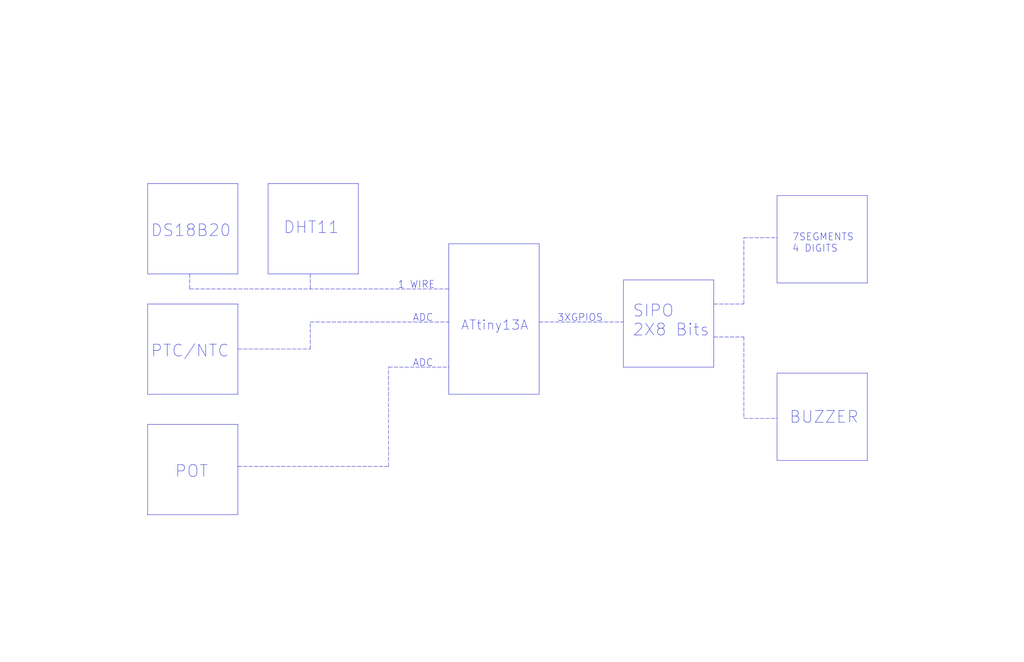
<source format=kicad_sch>
(kicad_sch (version 20211123) (generator eeschema)
  (paper "B")
  (title_block (title "Thermo Meter") (company "Siavash Taher Parvar") (comment 1 "Siavash Taher Parvar") (comment 2 "Siavash Taher Parvar") (comment 3 "Siavash Taher Parvar") (comment 8 "No Variant") (comment 9 "N/A"))
  (lib_symbols)
  (polyline (pts (xy 130.81 135.89) (xy 189.23 135.89)))
  (polyline (pts (xy 62.23 179.07) (xy 100.33 179.07)) (stroke (width 0) (type solid)))
  (polyline (pts (xy 62.23 77.47) (xy 100.33 77.47)) (stroke (width 0) (type solid)))
  (polyline (pts (xy 100.33 77.47) (xy 100.33 115.57)) (stroke (width 0) (type solid)))
  (polyline (pts (xy 227.33 166.37) (xy 189.23 166.37)) (stroke (width 0) (type solid)))
  (polyline (pts (xy 300.99 142.24) (xy 313.69 142.24)))
  (polyline (pts (xy 365.76 119.38) (xy 327.66 119.38)) (stroke (width 0) (type solid)))
  (polyline (pts (xy 262.89 118.11) (xy 300.99 118.11)) (stroke (width 0) (type solid)))
  (polyline (pts (xy 100.33 166.37) (xy 62.23 166.37)) (stroke (width 0) (type solid)))
  (polyline (pts (xy 80.01 121.92) (xy 189.23 121.92)))
  (polyline (pts (xy 313.69 142.24) (xy 313.69 176.53)))
  (polyline (pts (xy 189.23 102.87) (xy 227.33 102.87)) (stroke (width 0) (type solid)))
  (polyline (pts (xy 262.89 118.11) (xy 262.89 154.94)) (stroke (width 0) (type solid)))
  (polyline (pts (xy 300.99 154.94) (xy 262.89 154.94)) (stroke (width 0) (type solid)))
  (polyline (pts (xy 327.66 157.48) (xy 365.76 157.48)) (stroke (width 0) (type solid)))
  (polyline (pts (xy 100.33 147.32) (xy 130.81 147.32)))
  (polyline (pts (xy 313.69 100.33) (xy 327.66 100.33)))
  (polyline (pts (xy 100.33 115.57) (xy 62.23 115.57)) (stroke (width 0) (type solid)))
  (polyline (pts (xy 100.33 179.07) (xy 100.33 217.17)) (stroke (width 0) (type solid)))
  (polyline (pts (xy 189.23 102.87) (xy 189.23 166.37)) (stroke (width 0) (type solid)))
  (polyline (pts (xy 365.76 157.48) (xy 365.76 194.31)) (stroke (width 0) (type solid)))
  (polyline (pts (xy 365.76 194.31) (xy 327.66 194.31)) (stroke (width 0) (type solid)))
  (polyline (pts (xy 327.66 82.55) (xy 365.76 82.55)) (stroke (width 0) (type solid)))
  (polyline (pts (xy 100.33 128.27) (xy 100.33 166.37)) (stroke (width 0) (type solid)))
  (polyline (pts (xy 313.69 128.27) (xy 313.69 100.33)))
  (polyline (pts (xy 130.81 147.32) (xy 130.81 135.89)))
  (polyline (pts (xy 327.66 82.55) (xy 327.66 119.38)) (stroke (width 0) (type solid)))
  (polyline (pts (xy 100.33 217.17) (xy 62.23 217.17)) (stroke (width 0) (type solid)))
  (polyline (pts (xy 327.66 157.48) (xy 327.66 194.31)) (stroke (width 0) (type solid)))
  (polyline (pts (xy 130.81 115.57) (xy 130.81 121.92)))
  (polyline (pts (xy 151.13 77.47) (xy 151.13 115.57)) (stroke (width 0) (type solid)))
  (polyline (pts (xy 62.23 179.07) (xy 62.23 217.17)) (stroke (width 0) (type solid)))
  (polyline (pts (xy 80.01 115.57) (xy 80.01 121.92)))
  (polyline (pts (xy 62.23 128.27) (xy 100.33 128.27)) (stroke (width 0) (type solid)))
  (polyline (pts (xy 300.99 118.11) (xy 300.99 154.94)) (stroke (width 0) (type solid)))
  (polyline (pts (xy 62.23 128.27) (xy 62.23 166.37)) (stroke (width 0) (type solid)))
  (polyline (pts (xy 365.76 82.55) (xy 365.76 119.38)) (stroke (width 0) (type solid)))
  (polyline (pts (xy 100.33 196.85) (xy 163.83 196.85)))
  (polyline (pts (xy 62.23 77.47) (xy 62.23 115.57)) (stroke (width 0) (type solid)))
  (polyline (pts (xy 227.33 135.89) (xy 262.89 135.89)))
  (polyline (pts (xy 151.13 115.57) (xy 113.03 115.57)) (stroke (width 0) (type solid)))
  (polyline (pts (xy 113.03 77.47) (xy 113.03 115.57)) (stroke (width 0) (type solid)))
  (polyline (pts (xy 227.33 102.87) (xy 227.33 166.37)) (stroke (width 0) (type solid)))
  (polyline (pts (xy 313.69 176.53) (xy 327.66 176.53)))
  (polyline (pts (xy 163.83 154.94) (xy 189.23 154.94)))
  (polyline (pts (xy 113.03 77.47) (xy 151.13 77.47)) (stroke (width 0) (type solid)))
  (polyline (pts (xy 163.83 196.85) (xy 163.83 154.94)))
  (polyline (pts (xy 300.99 128.27) (xy 313.69 128.27)))
  (text "ADC" (at 173.99 154.94 0) (effects (font (size 3 3)) (justify left bottom)))
  (text "PTC/NTC" (at 63.5 151.13 0) (effects (font (size 5 5)) (justify left bottom)))
  (text "DS18B20" (at 63.5 100.33 0) (effects (font (size 5 5)) (justify left bottom)))
  (text "DHT11" (at 119.38 99.06 0) (effects (font (size 5 5)) (justify left bottom)))
  (text "7SEGMENTS\n4 DIGITS" (at 334.01 106.68 0) (effects (font (size 3 3)) (justify left bottom)))
  (text "ATtiny13A" (at 194.31 139.7 0) (effects (font (size 4 4)) (justify left bottom)))
  (text "BUZZER" (at 332.74 179.07 0) (effects (font (size 5 5)) (justify left bottom)))
  (text "POT" (at 73.66 201.93 0) (effects (font (size 5 5)) (justify left bottom)))
  (text "1 WIRE" (at 167.64 121.92 0) (effects (font (size 3 3)) (justify left bottom)))
  (text "SIPO\n2X8 Bits" (at 266.7 142.24 0) (effects (font (size 5 5)) (justify left bottom)))
  (text "ADC" (at 173.99 135.89 0) (effects (font (size 3 3)) (justify left bottom)))
  (text "3XGPIOS" (at 234.95 135.89 0) (effects (font (size 3 3)) (justify left bottom)))
)
</source>
